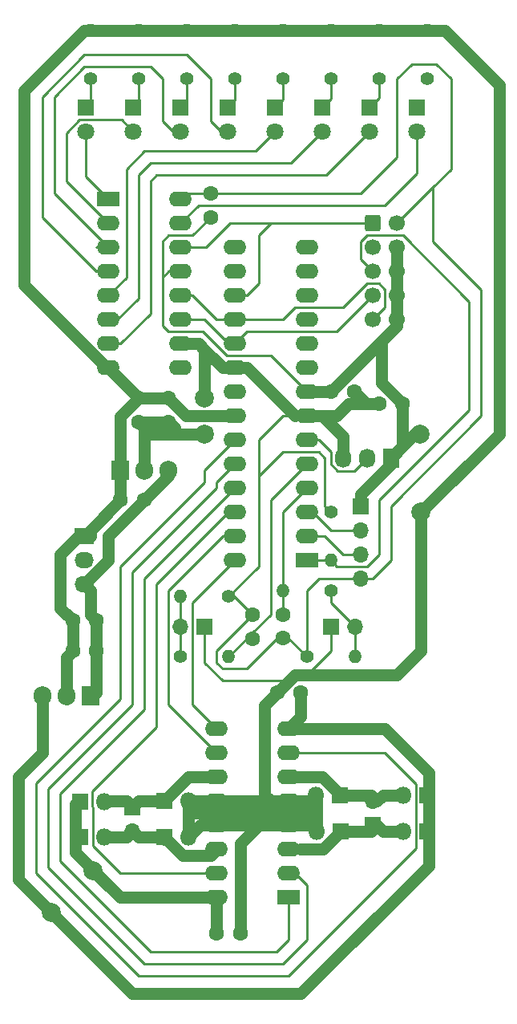
<source format=gbr>
%TF.GenerationSoftware,KiCad,Pcbnew,7.0.1*%
%TF.CreationDate,2023-03-14T16:08:26+01:00*%
%TF.ProjectId,CxCat,43784361-742e-46b6-9963-61645f706362,rev?*%
%TF.SameCoordinates,Original*%
%TF.FileFunction,Copper,L2,Bot*%
%TF.FilePolarity,Positive*%
%FSLAX46Y46*%
G04 Gerber Fmt 4.6, Leading zero omitted, Abs format (unit mm)*
G04 Created by KiCad (PCBNEW 7.0.1) date 2023-03-14 16:08:26*
%MOMM*%
%LPD*%
G01*
G04 APERTURE LIST*
G04 Aperture macros list*
%AMRoundRect*
0 Rectangle with rounded corners*
0 $1 Rounding radius*
0 $2 $3 $4 $5 $6 $7 $8 $9 X,Y pos of 4 corners*
0 Add a 4 corners polygon primitive as box body*
4,1,4,$2,$3,$4,$5,$6,$7,$8,$9,$2,$3,0*
0 Add four circle primitives for the rounded corners*
1,1,$1+$1,$2,$3*
1,1,$1+$1,$4,$5*
1,1,$1+$1,$6,$7*
1,1,$1+$1,$8,$9*
0 Add four rect primitives between the rounded corners*
20,1,$1+$1,$2,$3,$4,$5,0*
20,1,$1+$1,$4,$5,$6,$7,0*
20,1,$1+$1,$6,$7,$8,$9,0*
20,1,$1+$1,$8,$9,$2,$3,0*%
G04 Aperture macros list end*
%TA.AperFunction,ComponentPad*%
%ADD10C,1.600000*%
%TD*%
%TA.AperFunction,ComponentPad*%
%ADD11C,1.400000*%
%TD*%
%TA.AperFunction,ComponentPad*%
%ADD12O,1.400000X1.400000*%
%TD*%
%TA.AperFunction,ComponentPad*%
%ADD13R,1.700000X1.700000*%
%TD*%
%TA.AperFunction,ComponentPad*%
%ADD14O,1.700000X1.700000*%
%TD*%
%TA.AperFunction,ComponentPad*%
%ADD15R,2.030000X1.730000*%
%TD*%
%TA.AperFunction,ComponentPad*%
%ADD16O,2.030000X1.730000*%
%TD*%
%TA.AperFunction,ComponentPad*%
%ADD17R,1.730000X2.030000*%
%TD*%
%TA.AperFunction,ComponentPad*%
%ADD18O,1.730000X2.030000*%
%TD*%
%TA.AperFunction,ComponentPad*%
%ADD19R,2.400000X1.600000*%
%TD*%
%TA.AperFunction,ComponentPad*%
%ADD20O,2.400000X1.600000*%
%TD*%
%TA.AperFunction,ComponentPad*%
%ADD21RoundRect,0.250000X-0.600000X-0.600000X0.600000X-0.600000X0.600000X0.600000X-0.600000X0.600000X0*%
%TD*%
%TA.AperFunction,ComponentPad*%
%ADD22C,1.700000*%
%TD*%
%TA.AperFunction,ComponentPad*%
%ADD23R,1.800000X1.800000*%
%TD*%
%TA.AperFunction,ComponentPad*%
%ADD24O,1.800000X1.800000*%
%TD*%
%TA.AperFunction,ComponentPad*%
%ADD25C,1.800000*%
%TD*%
%TA.AperFunction,ComponentPad*%
%ADD26R,1.905000X2.000000*%
%TD*%
%TA.AperFunction,ComponentPad*%
%ADD27O,1.905000X2.000000*%
%TD*%
%TA.AperFunction,ViaPad*%
%ADD28C,2.000000*%
%TD*%
%TA.AperFunction,Conductor*%
%ADD29C,1.240000*%
%TD*%
%TA.AperFunction,Conductor*%
%ADD30C,0.250000*%
%TD*%
G04 APERTURE END LIST*
D10*
%TO.P,C1,1*%
%TO.N,+5V*%
X58380000Y-78740000D03*
%TO.P,C1,2*%
%TO.N,GND*%
X55880000Y-78740000D03*
%TD*%
D11*
%TO.P,R11,1*%
%TO.N,Net-(R10-Pad2)*%
X40005000Y-106680000D03*
D12*
%TO.P,R11,2*%
%TO.N,/Input right/STATE*%
X45085000Y-106680000D03*
%TD*%
D10*
%TO.P,C9,1*%
%TO.N,VCC*%
X31135000Y-102870000D03*
%TO.P,C9,2*%
%TO.N,GND*%
X28635000Y-102870000D03*
%TD*%
D13*
%TO.P,M1,1,+*%
%TO.N,Net-(D15-A)*%
X60325000Y-124460000D03*
D14*
%TO.P,M1,2,-*%
%TO.N,Net-(D11-A)*%
X60325000Y-121920000D03*
%TD*%
D15*
%TO.P,J3,1,Pin_1*%
%TO.N,GND*%
X29845000Y-93980000D03*
D16*
%TO.P,J3,2,Pin_2*%
%TO.N,unconnected-(J3-Pin_2-Pad2)*%
X29845000Y-96520000D03*
%TO.P,J3,3,Pin_3*%
%TO.N,VCC*%
X29845000Y-99060000D03*
%TD*%
D17*
%TO.P,J2,1,Pin_1*%
%TO.N,GND*%
X62230000Y-85725000D03*
D18*
%TO.P,J2,2,Pin_2*%
%TO.N,Net-(J2-Pin_2)*%
X59690000Y-85725000D03*
%TO.P,J2,3,Pin_3*%
%TO.N,+5V*%
X57150000Y-85725000D03*
%TD*%
D19*
%TO.P,U3,1,EN1\u002C2*%
%TO.N,/Engines/1-2 ENABLE*%
X51435000Y-132080000D03*
D20*
%TO.P,U3,2,1A*%
%TO.N,/Engines/1*%
X51435000Y-129540000D03*
%TO.P,U3,3,1Y*%
%TO.N,Net-(D15-A)*%
X51435000Y-127000000D03*
%TO.P,U3,4,GND*%
%TO.N,GND*%
X51435000Y-124460000D03*
%TO.P,U3,5,GND*%
X51435000Y-121920000D03*
%TO.P,U3,6,2Y*%
%TO.N,Net-(D11-A)*%
X51435000Y-119380000D03*
%TO.P,U3,7,2A*%
%TO.N,/Engines/2*%
X51435000Y-116840000D03*
%TO.P,U3,8,VCC2*%
%TO.N,Net-(D11-K)*%
X51435000Y-114300000D03*
%TO.P,U3,9,EN3\u002C4*%
%TO.N,/Engines/3-4 ENABLE*%
X43815000Y-114300000D03*
%TO.P,U3,10,3A*%
%TO.N,/Engines/3*%
X43815000Y-116840000D03*
%TO.P,U3,11,3Y*%
%TO.N,Net-(D13-A)*%
X43815000Y-119380000D03*
%TO.P,U3,12,GND*%
%TO.N,GND*%
X43815000Y-121920000D03*
%TO.P,U3,13,GND*%
X43815000Y-124460000D03*
%TO.P,U3,14,4Y*%
%TO.N,Net-(D10-K)*%
X43815000Y-127000000D03*
%TO.P,U3,15,4A*%
%TO.N,/Engines/4*%
X43815000Y-129540000D03*
%TO.P,U3,16,VCC1*%
%TO.N,Net-(D11-K)*%
X43815000Y-132080000D03*
%TD*%
D13*
%TO.P,J4,1,Pin_1*%
%TO.N,GND*%
X59055000Y-90805000D03*
D14*
%TO.P,J4,2,Pin_2*%
%TO.N,Net-(J4-Pin_2)*%
X59055000Y-93345000D03*
%TO.P,J4,3,Pin_3*%
%TO.N,Net-(J4-Pin_3)*%
X59055000Y-95885000D03*
%TO.P,J4,4,Pin_4*%
%TO.N,+5V*%
X59055000Y-98425000D03*
%TD*%
D11*
%TO.P,R14,1*%
%TO.N,+5V*%
X53340000Y-106680000D03*
D12*
%TO.P,R14,2*%
%TO.N,Net-(R14-Pad2)*%
X58420000Y-106680000D03*
%TD*%
D21*
%TO.P,J1,1,MOSI*%
%TO.N,/Eyes/DATA*%
X60325000Y-60960000D03*
D22*
%TO.P,J1,2,VCC*%
%TO.N,+5V*%
X62865000Y-60960000D03*
%TO.P,J1,3,NC*%
%TO.N,unconnected-(J1-NC-Pad3)*%
X60325000Y-63500000D03*
%TO.P,J1,4,GND*%
%TO.N,GND*%
X62865000Y-63500000D03*
%TO.P,J1,5,~{RST}*%
%TO.N,Net-(J1-~{RST})*%
X60325000Y-66040000D03*
%TO.P,J1,6,GND*%
%TO.N,GND*%
X62865000Y-66040000D03*
%TO.P,J1,7,SCK*%
%TO.N,/Eyes/CLOCK*%
X60325000Y-68580000D03*
%TO.P,J1,8,GND*%
%TO.N,GND*%
X62865000Y-68580000D03*
%TO.P,J1,9,MISO*%
%TO.N,/Eyes/LATCH*%
X60325000Y-71120000D03*
%TO.P,J1,10,GND*%
%TO.N,GND*%
X62865000Y-71120000D03*
%TD*%
D19*
%TO.P,U5,1,QB*%
%TO.N,Net-(D7-A)*%
X32385000Y-58420000D03*
D20*
%TO.P,U5,2,QC*%
%TO.N,Net-(D6-A)*%
X32385000Y-60960000D03*
%TO.P,U5,3,QD*%
%TO.N,Net-(D5-A)*%
X32385000Y-63500000D03*
%TO.P,U5,4,QE*%
%TO.N,Net-(D4-A)*%
X32385000Y-66040000D03*
%TO.P,U5,5,QF*%
%TO.N,Net-(D3-A)*%
X32385000Y-68580000D03*
%TO.P,U5,6,QG*%
%TO.N,Net-(D2-A)*%
X32385000Y-71120000D03*
%TO.P,U5,7,QH*%
%TO.N,Net-(D1-A)*%
X32385000Y-73660000D03*
%TO.P,U5,8,GND*%
%TO.N,GND*%
X32385000Y-76200000D03*
%TO.P,U5,9,QH'*%
%TO.N,unconnected-(U5-QH'-Pad9)*%
X40005000Y-76200000D03*
%TO.P,U5,10,~{SRCLR}*%
%TO.N,+5V*%
X40005000Y-73660000D03*
%TO.P,U5,11,SRCLK*%
%TO.N,/Eyes/CLOCK*%
X40005000Y-71120000D03*
%TO.P,U5,12,RCLK*%
%TO.N,/Eyes/LATCH*%
X40005000Y-68580000D03*
%TO.P,U5,13,~{OE}*%
%TO.N,GND*%
X40005000Y-66040000D03*
%TO.P,U5,14,SER*%
%TO.N,/Eyes/DATA*%
X40005000Y-63500000D03*
%TO.P,U5,15,QA*%
%TO.N,Net-(D8-A)*%
X40005000Y-60960000D03*
%TO.P,U5,16,VCC*%
%TO.N,+5V*%
X40005000Y-58420000D03*
%TD*%
D13*
%TO.P,M2,1,+*%
%TO.N,Net-(D13-A)*%
X34925000Y-122550000D03*
D14*
%TO.P,M2,2,-*%
%TO.N,Net-(D10-K)*%
X34925000Y-125090000D03*
%TD*%
D23*
%TO.P,D11,1,K*%
%TO.N,Net-(D11-K)*%
X66040000Y-121285000D03*
D24*
%TO.P,D11,2,A*%
%TO.N,Net-(D11-A)*%
X63500000Y-121285000D03*
%TD*%
D10*
%TO.P,C6,1*%
%TO.N,VCC*%
X36175000Y-90170000D03*
%TO.P,C6,2*%
%TO.N,GND*%
X33675000Y-90170000D03*
%TD*%
D23*
%TO.P,D10,1,K*%
%TO.N,Net-(D10-K)*%
X38325000Y-125730000D03*
D24*
%TO.P,D10,2,A*%
%TO.N,GND*%
X40865000Y-125730000D03*
%TD*%
D23*
%TO.P,D7,1,K*%
%TO.N,Net-(D7-K)*%
X30000000Y-48725000D03*
D25*
%TO.P,D7,2,A*%
%TO.N,Net-(D7-A)*%
X30000000Y-51265000D03*
%TD*%
D23*
%TO.P,D2,1,K*%
%TO.N,Net-(D2-K)*%
X55000000Y-48725000D03*
D25*
%TO.P,D2,2,A*%
%TO.N,Net-(D2-A)*%
X55000000Y-51265000D03*
%TD*%
D10*
%TO.P,C3,1*%
%TO.N,Net-(D11-K)*%
X52705000Y-110490000D03*
%TO.P,C3,2*%
%TO.N,GND*%
X50205000Y-110490000D03*
%TD*%
D11*
%TO.P,R9,1*%
%TO.N,Net-(D8-K)*%
X66040000Y-45720000D03*
D12*
%TO.P,R9,2*%
%TO.N,GND*%
X66040000Y-40640000D03*
%TD*%
D11*
%TO.P,R8,1*%
%TO.N,Net-(D7-K)*%
X30480000Y-45720000D03*
D12*
%TO.P,R8,2*%
%TO.N,GND*%
X30480000Y-40640000D03*
%TD*%
D11*
%TO.P,R5,1*%
%TO.N,Net-(D4-K)*%
X45720000Y-45720000D03*
D12*
%TO.P,R5,2*%
%TO.N,GND*%
X45720000Y-40640000D03*
%TD*%
D23*
%TO.P,D5,1,K*%
%TO.N,Net-(D5-K)*%
X40000000Y-48725000D03*
D25*
%TO.P,D5,2,A*%
%TO.N,Net-(D5-A)*%
X40000000Y-51265000D03*
%TD*%
D10*
%TO.P,C5,1*%
%TO.N,VCC*%
X31115000Y-106045000D03*
%TO.P,C5,2*%
%TO.N,GND*%
X28615000Y-106045000D03*
%TD*%
D11*
%TO.P,R10,1*%
%TO.N,+5V*%
X45085000Y-100330000D03*
D12*
%TO.P,R10,2*%
%TO.N,Net-(R10-Pad2)*%
X40005000Y-100330000D03*
%TD*%
D19*
%TO.P,U2,1,PC6/~{RESET}*%
%TO.N,Net-(J1-~{RST})*%
X53340000Y-96520000D03*
D20*
%TO.P,U2,2,PD0*%
%TO.N,Net-(J4-Pin_3)*%
X53340000Y-93980000D03*
%TO.P,U2,3,PD1*%
%TO.N,Net-(J4-Pin_2)*%
X53340000Y-91440000D03*
%TO.P,U2,4,PD2*%
%TO.N,/Input left/STATE*%
X53340000Y-88900000D03*
%TO.P,U2,5,PD3*%
%TO.N,/Input right/STATE*%
X53340000Y-86360000D03*
%TO.P,U2,6,PD4*%
%TO.N,Net-(J2-Pin_2)*%
X53340000Y-83820000D03*
%TO.P,U2,7,VCC*%
%TO.N,+5V*%
X53340000Y-81280000D03*
%TO.P,U2,8,GND*%
%TO.N,GND*%
X53340000Y-78740000D03*
%TO.P,U2,9,PB6/XTAL1*%
%TO.N,unconnected-(U2-PB6{slash}XTAL1-Pad9)*%
X53340000Y-76200000D03*
%TO.P,U2,10,PB7/XTAL2*%
%TO.N,unconnected-(U2-PB7{slash}XTAL2-Pad10)*%
X53340000Y-73660000D03*
%TO.P,U2,11,PD5*%
%TO.N,unconnected-(U2-PD5-Pad11)*%
X53340000Y-71120000D03*
%TO.P,U2,12,PD6*%
%TO.N,unconnected-(U2-PD6-Pad12)*%
X53340000Y-68580000D03*
%TO.P,U2,13,PD7*%
%TO.N,unconnected-(U2-PD7-Pad13)*%
X53340000Y-66040000D03*
%TO.P,U2,14,PB0*%
%TO.N,unconnected-(U2-PB0-Pad14)*%
X53340000Y-63500000D03*
%TO.P,U2,15,PB1*%
%TO.N,unconnected-(U2-PB1-Pad15)*%
X45720000Y-63500000D03*
%TO.P,U2,16,PB2*%
%TO.N,unconnected-(U2-PB2-Pad16)*%
X45720000Y-66040000D03*
%TO.P,U2,17,PB3*%
%TO.N,/Eyes/DATA*%
X45720000Y-68580000D03*
%TO.P,U2,18,PB4*%
%TO.N,/Eyes/LATCH*%
X45720000Y-71120000D03*
%TO.P,U2,19,PB5*%
%TO.N,/Eyes/CLOCK*%
X45720000Y-73660000D03*
%TO.P,U2,20,AVCC*%
%TO.N,+5V*%
X45720000Y-76200000D03*
%TO.P,U2,21,AREF*%
%TO.N,unconnected-(U2-AREF-Pad21)*%
X45720000Y-78740000D03*
%TO.P,U2,22,AGND*%
%TO.N,GND*%
X45720000Y-81280000D03*
%TO.P,U2,23,PC0*%
%TO.N,/Engines/2*%
X45720000Y-83820000D03*
%TO.P,U2,24,PC1*%
%TO.N,/Engines/1*%
X45720000Y-86360000D03*
%TO.P,U2,25,PC2*%
%TO.N,/Engines/1-2 ENABLE*%
X45720000Y-88900000D03*
%TO.P,U2,26,PC3*%
%TO.N,/Engines/4*%
X45720000Y-91440000D03*
%TO.P,U2,27,PC4*%
%TO.N,/Engines/3*%
X45720000Y-93980000D03*
%TO.P,U2,28,PC5*%
%TO.N,/Engines/3-4 ENABLE*%
X45720000Y-96520000D03*
%TD*%
D23*
%TO.P,D6,1,K*%
%TO.N,Net-(D6-K)*%
X35000000Y-48725000D03*
D25*
%TO.P,D6,2,A*%
%TO.N,Net-(D6-A)*%
X35000000Y-51265000D03*
%TD*%
D23*
%TO.P,D9,1,K*%
%TO.N,Net-(D11-K)*%
X29435000Y-125730000D03*
D24*
%TO.P,D9,2,A*%
%TO.N,Net-(D10-K)*%
X31975000Y-125730000D03*
%TD*%
D11*
%TO.P,R2,1*%
%TO.N,Net-(D1-K)*%
X60960000Y-45720000D03*
D12*
%TO.P,R2,2*%
%TO.N,GND*%
X60960000Y-40640000D03*
%TD*%
D23*
%TO.P,D14,1,K*%
%TO.N,Net-(D13-A)*%
X38325000Y-121920000D03*
D24*
%TO.P,D14,2,A*%
%TO.N,GND*%
X40865000Y-121920000D03*
%TD*%
D23*
%TO.P,D13,1,K*%
%TO.N,Net-(D11-K)*%
X29371209Y-121980096D03*
D24*
%TO.P,D13,2,A*%
%TO.N,Net-(D13-A)*%
X31911209Y-121980096D03*
%TD*%
D23*
%TO.P,D1,1,K*%
%TO.N,Net-(D1-K)*%
X60000000Y-48725000D03*
D25*
%TO.P,D1,2,A*%
%TO.N,Net-(D1-A)*%
X60000000Y-51265000D03*
%TD*%
D11*
%TO.P,R6,1*%
%TO.N,Net-(D5-K)*%
X40640000Y-45720000D03*
D12*
%TO.P,R6,2*%
%TO.N,GND*%
X40640000Y-40640000D03*
%TD*%
D26*
%TO.P,U1,1,IN*%
%TO.N,VCC*%
X30480000Y-110815000D03*
D27*
%TO.P,U1,2,GND*%
%TO.N,GND*%
X27940000Y-110815000D03*
%TO.P,U1,3,OUT*%
%TO.N,Net-(D11-K)*%
X25400000Y-110815000D03*
%TD*%
D13*
%TO.P,SW2,1,1*%
%TO.N,GND*%
X42545000Y-103505000D03*
D14*
%TO.P,SW2,2,2*%
%TO.N,Net-(R10-Pad2)*%
X40005000Y-103505000D03*
%TD*%
D10*
%TO.P,C13,1*%
%TO.N,+5V*%
X50800000Y-104735000D03*
%TO.P,C13,2*%
%TO.N,/Input left/STATE*%
X50800000Y-102235000D03*
%TD*%
%TO.P,C10,1*%
%TO.N,+5V*%
X60980000Y-80010000D03*
%TO.P,C10,2*%
%TO.N,GND*%
X63480000Y-80010000D03*
%TD*%
%TO.P,C7,1*%
%TO.N,+5V*%
X35560000Y-81915000D03*
%TO.P,C7,2*%
%TO.N,GND*%
X35560000Y-79415000D03*
%TD*%
D11*
%TO.P,R4,1*%
%TO.N,Net-(D3-K)*%
X50800000Y-45720000D03*
D12*
%TO.P,R4,2*%
%TO.N,GND*%
X50800000Y-40640000D03*
%TD*%
D26*
%TO.P,U4,1,GND*%
%TO.N,GND*%
X33655000Y-86995000D03*
D27*
%TO.P,U4,2,VO*%
%TO.N,+5V*%
X36195000Y-86995000D03*
%TO.P,U4,3,VI*%
%TO.N,VCC*%
X38735000Y-86995000D03*
%TD*%
D23*
%TO.P,D16,1,K*%
%TO.N,Net-(D15-A)*%
X56925000Y-125095000D03*
D24*
%TO.P,D16,2,A*%
%TO.N,GND*%
X54385000Y-125095000D03*
%TD*%
D23*
%TO.P,D3,1,K*%
%TO.N,Net-(D3-K)*%
X50000000Y-48725000D03*
D25*
%TO.P,D3,2,A*%
%TO.N,Net-(D3-A)*%
X50000000Y-51265000D03*
%TD*%
D11*
%TO.P,R3,1*%
%TO.N,Net-(D2-K)*%
X55880000Y-45720000D03*
D12*
%TO.P,R3,2*%
%TO.N,GND*%
X55880000Y-40640000D03*
%TD*%
D11*
%TO.P,R15,1*%
%TO.N,Net-(R14-Pad2)*%
X55880000Y-99695000D03*
D12*
%TO.P,R15,2*%
%TO.N,/Input left/STATE*%
X50800000Y-99695000D03*
%TD*%
D23*
%TO.P,D4,1,K*%
%TO.N,Net-(D4-K)*%
X45000000Y-48725000D03*
D25*
%TO.P,D4,2,A*%
%TO.N,Net-(D4-A)*%
X45000000Y-51265000D03*
%TD*%
D23*
%TO.P,D12,1,K*%
%TO.N,Net-(D11-A)*%
X56812063Y-121321651D03*
D24*
%TO.P,D12,2,A*%
%TO.N,GND*%
X54272063Y-121321651D03*
%TD*%
D10*
%TO.P,C11,1*%
%TO.N,+5V*%
X47625000Y-102255000D03*
%TO.P,C11,2*%
%TO.N,/Input right/STATE*%
X47625000Y-104755000D03*
%TD*%
%TO.P,C2,1*%
%TO.N,+5V*%
X38735000Y-81895000D03*
%TO.P,C2,2*%
%TO.N,GND*%
X38735000Y-79395000D03*
%TD*%
%TO.P,C8,1*%
%TO.N,+5V*%
X43180000Y-57805000D03*
%TO.P,C8,2*%
%TO.N,GND*%
X43180000Y-60305000D03*
%TD*%
D11*
%TO.P,R7,1*%
%TO.N,Net-(D6-K)*%
X35560000Y-45720000D03*
D12*
%TO.P,R7,2*%
%TO.N,GND*%
X35560000Y-40640000D03*
%TD*%
D10*
%TO.P,C4,1*%
%TO.N,Net-(D11-K)*%
X43835000Y-135890000D03*
%TO.P,C4,2*%
%TO.N,GND*%
X46335000Y-135890000D03*
%TD*%
D23*
%TO.P,D8,1,K*%
%TO.N,Net-(D8-K)*%
X65000000Y-48725000D03*
D25*
%TO.P,D8,2,A*%
%TO.N,Net-(D8-A)*%
X65000000Y-51265000D03*
%TD*%
D23*
%TO.P,D15,1,K*%
%TO.N,Net-(D11-K)*%
X66040000Y-125095000D03*
D24*
%TO.P,D15,2,A*%
%TO.N,Net-(D15-A)*%
X63500000Y-125095000D03*
%TD*%
D11*
%TO.P,R1,1*%
%TO.N,+5V*%
X55880000Y-91440000D03*
D12*
%TO.P,R1,2*%
%TO.N,Net-(J1-~{RST})*%
X55880000Y-96520000D03*
%TD*%
D13*
%TO.P,SW3,1,1*%
%TO.N,GND*%
X55875000Y-103505000D03*
D14*
%TO.P,SW3,2,2*%
%TO.N,Net-(R14-Pad2)*%
X58415000Y-103505000D03*
%TD*%
D28*
%TO.N,+5V*%
X42545000Y-79375000D03*
X42545000Y-83185000D03*
%TO.N,GND*%
X65405000Y-91440000D03*
X65299500Y-83185000D03*
%TO.N,Net-(D11-K)*%
X26352500Y-133667500D03*
X30797500Y-129222500D03*
%TD*%
D29*
%TO.N,GND*%
X32385000Y-76200000D02*
X32233974Y-76200000D01*
X32233974Y-76200000D02*
X23495000Y-67461026D01*
X73660000Y-83185000D02*
X65405000Y-91440000D01*
X23495000Y-67461026D02*
X23495000Y-46990000D01*
X23495000Y-46990000D02*
X29845000Y-40640000D01*
X29845000Y-40640000D02*
X67945000Y-40640000D01*
X67945000Y-40640000D02*
X73660000Y-46355000D01*
X73660000Y-46355000D02*
X73660000Y-83185000D01*
%TO.N,+5V*%
X57150000Y-85725000D02*
X57150000Y-83470000D01*
D30*
X50800000Y-85090000D02*
X48260000Y-87630000D01*
X59055000Y-98425000D02*
X54610000Y-98425000D01*
X50185000Y-104755000D02*
X46990000Y-107950000D01*
D29*
X40005000Y-73660000D02*
X41910000Y-73660000D01*
D30*
X42545000Y-83185000D02*
X43180000Y-82550000D01*
D29*
X41910000Y-73660000D02*
X42545000Y-74295000D01*
D30*
X43180000Y-74930000D02*
X42545000Y-74295000D01*
X44450000Y-76200000D02*
X43180000Y-74930000D01*
X66992500Y-44132500D02*
X64452500Y-44132500D01*
D29*
X35560000Y-81915000D02*
X38715000Y-81915000D01*
X36195000Y-83185000D02*
X42545000Y-83185000D01*
X57150000Y-83470000D02*
X54960000Y-81280000D01*
D30*
X59035000Y-57805000D02*
X43180000Y-57805000D01*
X51420000Y-104755000D02*
X50185000Y-104755000D01*
X45700000Y-100330000D02*
X47625000Y-102255000D01*
X59055000Y-98425000D02*
X60325000Y-98425000D01*
X36830000Y-83185000D02*
X36195000Y-83820000D01*
X57160000Y-84830000D02*
X56900000Y-85090000D01*
X55880000Y-91440000D02*
X55245000Y-90805000D01*
X44450000Y-107950000D02*
X43815000Y-107315000D01*
D29*
X38715000Y-81915000D02*
X38735000Y-81895000D01*
D30*
X40620000Y-57805000D02*
X40005000Y-58420000D01*
X46990000Y-107950000D02*
X44450000Y-107950000D01*
X50800000Y-81280000D02*
X48260000Y-83820000D01*
X62230000Y-90805000D02*
X71755000Y-81280000D01*
D29*
X54960000Y-81280000D02*
X53340000Y-81280000D01*
D30*
X55245000Y-90805000D02*
X55245000Y-85725000D01*
X43815000Y-107315000D02*
X43815000Y-106065000D01*
X71755000Y-67945000D02*
X66675000Y-62865000D01*
X45085000Y-100330000D02*
X45700000Y-100330000D01*
X62865000Y-53975000D02*
X59035000Y-57805000D01*
D29*
X44450000Y-76200000D02*
X42545000Y-74295000D01*
D30*
X45085000Y-100330000D02*
X48260000Y-97155000D01*
X42545000Y-83185000D02*
X39370000Y-83185000D01*
X53345000Y-106680000D02*
X53345000Y-99690000D01*
D29*
X53340000Y-81280000D02*
X56475000Y-81280000D01*
D30*
X55245000Y-85725000D02*
X54610000Y-85090000D01*
D29*
X52070000Y-81280000D02*
X46990000Y-76200000D01*
D30*
X48260000Y-85725000D02*
X48260000Y-90805000D01*
X43180000Y-57805000D02*
X40620000Y-57805000D01*
X68580000Y-55245000D02*
X68580000Y-45720000D01*
X64452500Y-44132500D02*
X62865000Y-45720000D01*
X66675000Y-57150000D02*
X68580000Y-55245000D01*
X53345000Y-106680000D02*
X51420000Y-104755000D01*
D29*
X57745000Y-80010000D02*
X60980000Y-80010000D01*
D30*
X39370000Y-83185000D02*
X36830000Y-83185000D01*
X62865000Y-45720000D02*
X62865000Y-53975000D01*
X52070000Y-81280000D02*
X50800000Y-81280000D01*
D29*
X36195000Y-82550000D02*
X35560000Y-81915000D01*
D30*
X43180000Y-74930000D02*
X41910000Y-73660000D01*
X62230000Y-96520000D02*
X62230000Y-90805000D01*
X62865000Y-60960000D02*
X63500000Y-60960000D01*
X53345000Y-99690000D02*
X54610000Y-98425000D01*
D29*
X36195000Y-83185000D02*
X36195000Y-82550000D01*
X38735000Y-81895000D02*
X39370000Y-82530000D01*
D30*
X51420000Y-104755000D02*
X50805000Y-104755000D01*
X60325000Y-98425000D02*
X62230000Y-96520000D01*
D29*
X59650000Y-80010000D02*
X58380000Y-78740000D01*
X46990000Y-76200000D02*
X45720000Y-76200000D01*
D30*
X48260000Y-83820000D02*
X48260000Y-85725000D01*
D29*
X56475000Y-81280000D02*
X57745000Y-80010000D01*
X45720000Y-76200000D02*
X44450000Y-76200000D01*
X39370000Y-82530000D02*
X39370000Y-83185000D01*
D30*
X68580000Y-45720000D02*
X66992500Y-44132500D01*
X53340000Y-81280000D02*
X52070000Y-81280000D01*
X36195000Y-83820000D02*
X36195000Y-86995000D01*
X48260000Y-97155000D02*
X48260000Y-90805000D01*
X43815000Y-106065000D02*
X47625000Y-102255000D01*
D29*
X36195000Y-86995000D02*
X36195000Y-83185000D01*
X42545000Y-79375000D02*
X42545000Y-74295000D01*
D30*
X71755000Y-81280000D02*
X71755000Y-67945000D01*
D29*
X60980000Y-80010000D02*
X59650000Y-80010000D01*
D30*
X54610000Y-85090000D02*
X50800000Y-85090000D01*
X62865000Y-60960000D02*
X66675000Y-57150000D01*
X56900000Y-85090000D02*
X56515000Y-85090000D01*
X66675000Y-62865000D02*
X66675000Y-57150000D01*
D29*
%TO.N,GND*%
X46335000Y-126385000D02*
X48260000Y-124460000D01*
X53750000Y-124460000D02*
X54385000Y-125095000D01*
D30*
X38735000Y-66040000D02*
X40005000Y-66040000D01*
D29*
X61277500Y-77807500D02*
X61277500Y-73660000D01*
D30*
X38735000Y-79395000D02*
X38735000Y-80010000D01*
X42545000Y-107315000D02*
X44450000Y-109220000D01*
D29*
X63480000Y-84435000D02*
X63480000Y-84475000D01*
X59055000Y-89535000D02*
X59055000Y-90805000D01*
X65405000Y-106045000D02*
X62865000Y-108585000D01*
X62865000Y-71120000D02*
X62865000Y-71755000D01*
X29210000Y-93980000D02*
X27305000Y-95885000D01*
X35560000Y-79415000D02*
X38715000Y-79415000D01*
X29845000Y-93980000D02*
X29210000Y-93980000D01*
D30*
X42350000Y-72390000D02*
X44890000Y-74930000D01*
D29*
X30480000Y-93365000D02*
X33675000Y-90170000D01*
X64730000Y-83185000D02*
X63480000Y-84435000D01*
X53755000Y-121920000D02*
X54385000Y-121290000D01*
X33675000Y-87015000D02*
X33655000Y-86995000D01*
X40865000Y-121920000D02*
X40865000Y-123190000D01*
X38715000Y-79415000D02*
X38735000Y-79395000D01*
X51435000Y-121920000D02*
X51435000Y-123190000D01*
X43815000Y-121920000D02*
X49530000Y-121920000D01*
X35560000Y-79375000D02*
X32385000Y-76200000D01*
X51435000Y-124460000D02*
X48260000Y-124460000D01*
D30*
X41255000Y-62230000D02*
X38735000Y-62230000D01*
D29*
X63480000Y-84475000D02*
X62230000Y-85725000D01*
X63480000Y-80010000D02*
X61277500Y-77807500D01*
X48895000Y-111800000D02*
X50205000Y-110490000D01*
X40620000Y-81280000D02*
X38735000Y-79395000D01*
X65299500Y-83185000D02*
X64730000Y-83185000D01*
X65405000Y-91440000D02*
X65405000Y-106045000D01*
X51435000Y-123190000D02*
X50800000Y-123190000D01*
X43815000Y-124460000D02*
X42135000Y-124460000D01*
X27940000Y-106720000D02*
X28615000Y-106045000D01*
X40865000Y-121920000D02*
X43815000Y-121920000D01*
X51435000Y-121920000D02*
X53755000Y-121920000D01*
D30*
X38100000Y-62865000D02*
X38100000Y-66675000D01*
D29*
X62230000Y-85725000D02*
X62230000Y-86360000D01*
X45720000Y-81280000D02*
X40620000Y-81280000D01*
D30*
X32385000Y-76200000D02*
X33655000Y-77470000D01*
X51475000Y-109220000D02*
X52110000Y-108585000D01*
D29*
X33675000Y-90170000D02*
X33675000Y-87015000D01*
X43815000Y-121920000D02*
X43815000Y-124460000D01*
D30*
X32385000Y-76240000D02*
X35560000Y-79415000D01*
D29*
X50205000Y-110490000D02*
X52110000Y-108585000D01*
D30*
X32385000Y-76200000D02*
X32385000Y-76240000D01*
D29*
X62865000Y-108585000D02*
X53340000Y-108585000D01*
X30480000Y-93980000D02*
X29845000Y-93980000D01*
X27305000Y-95885000D02*
X27305000Y-101540000D01*
X49530000Y-121920000D02*
X51435000Y-121920000D01*
X33655000Y-86995000D02*
X33655000Y-81320000D01*
X51435000Y-124460000D02*
X53750000Y-124460000D01*
X61277500Y-73660000D02*
X61118750Y-73501250D01*
D30*
X38735000Y-72390000D02*
X42350000Y-72390000D01*
D29*
X40865000Y-123190000D02*
X50800000Y-123190000D01*
X54385000Y-123190000D02*
X50800000Y-123190000D01*
D30*
X38735000Y-62230000D02*
X38100000Y-62865000D01*
D29*
X33655000Y-81320000D02*
X35560000Y-79415000D01*
X54385000Y-125095000D02*
X54385000Y-123190000D01*
X48895000Y-121285000D02*
X48895000Y-111800000D01*
D30*
X42545000Y-103505000D02*
X42545000Y-107315000D01*
X38100000Y-66675000D02*
X38735000Y-66040000D01*
D29*
X35560000Y-79415000D02*
X35560000Y-79375000D01*
D30*
X55880000Y-106045000D02*
X55880000Y-103505000D01*
X53340000Y-108585000D02*
X55880000Y-106045000D01*
D29*
X54385000Y-123190000D02*
X54385000Y-121290000D01*
D30*
X38100000Y-71755000D02*
X38735000Y-72390000D01*
D29*
X42135000Y-124460000D02*
X40865000Y-125730000D01*
X62865000Y-63500000D02*
X62865000Y-71120000D01*
X28615000Y-106045000D02*
X28615000Y-102890000D01*
X63480000Y-84435000D02*
X63480000Y-80010000D01*
D30*
X53340000Y-78740000D02*
X52324000Y-78740000D01*
D29*
X62230000Y-86360000D02*
X59055000Y-89535000D01*
X52110000Y-108585000D02*
X53340000Y-108585000D01*
X55880000Y-78740000D02*
X53340000Y-78740000D01*
X46335000Y-135890000D02*
X46335000Y-126385000D01*
X40865000Y-123190000D02*
X40865000Y-125730000D01*
D30*
X44450000Y-109220000D02*
X51475000Y-109220000D01*
D29*
X51435000Y-123190000D02*
X51435000Y-124460000D01*
D30*
X43180000Y-60305000D02*
X41255000Y-62230000D01*
X44890000Y-74930000D02*
X49530000Y-74930000D01*
D29*
X30480000Y-93980000D02*
X30480000Y-93365000D01*
D30*
X38100000Y-66040000D02*
X38100000Y-71755000D01*
D29*
X28615000Y-102890000D02*
X28635000Y-102870000D01*
X49530000Y-121920000D02*
X48895000Y-121285000D01*
D30*
X53380000Y-78780000D02*
X53340000Y-78740000D01*
D29*
X62865000Y-71755000D02*
X55880000Y-78740000D01*
D30*
X49530000Y-74930000D02*
X53340000Y-78740000D01*
X62365000Y-84830000D02*
X62240000Y-84830000D01*
D29*
X27940000Y-111125000D02*
X27940000Y-106720000D01*
X48260000Y-124460000D02*
X43815000Y-124460000D01*
X27305000Y-101540000D02*
X28635000Y-102870000D01*
%TO.N,VCC*%
X32385000Y-93960000D02*
X32385000Y-96505000D01*
X38735000Y-87610000D02*
X36175000Y-90170000D01*
X29845000Y-99060000D02*
X30480000Y-99695000D01*
X31135000Y-102870000D02*
X31135000Y-106025000D01*
X31115000Y-110490000D02*
X30480000Y-111125000D01*
X32385000Y-96512950D02*
X29845000Y-99052950D01*
D30*
X32385000Y-96505000D02*
X32400000Y-96520000D01*
D29*
X38735000Y-86995000D02*
X38735000Y-87610000D01*
X36175000Y-90170000D02*
X32385000Y-93960000D01*
X31135000Y-106025000D02*
X31115000Y-106045000D01*
X32385000Y-96505000D02*
X32385000Y-96512950D01*
X30480000Y-99695000D02*
X30480000Y-102215000D01*
X29845000Y-99052950D02*
X29845000Y-99060000D01*
X30480000Y-102215000D02*
X31135000Y-102870000D01*
D30*
X32400000Y-96520000D02*
X32710000Y-96520000D01*
D29*
X31115000Y-106045000D02*
X31115000Y-110490000D01*
D30*
%TO.N,Net-(D1-K)*%
X60960000Y-45720000D02*
X60960000Y-47765000D01*
X60960000Y-47765000D02*
X60000000Y-48725000D01*
%TO.N,Net-(D1-A)*%
X37465000Y-55880000D02*
X36830000Y-56515000D01*
X33655000Y-73660000D02*
X32385000Y-73660000D01*
X60000000Y-51265000D02*
X55385000Y-55880000D01*
X36830000Y-70485000D02*
X33655000Y-73660000D01*
X32385000Y-73660000D02*
X33020000Y-73660000D01*
X36830000Y-56515000D02*
X36830000Y-70485000D01*
X55385000Y-55880000D02*
X37465000Y-55880000D01*
%TO.N,Net-(D2-K)*%
X55880000Y-47845000D02*
X55000000Y-48725000D01*
X55880000Y-45720000D02*
X55880000Y-47845000D01*
%TO.N,Net-(D2-A)*%
X33337500Y-71120000D02*
X32385000Y-71120000D01*
X55000000Y-51265000D02*
X51655000Y-54610000D01*
X35560000Y-68897500D02*
X33337500Y-71120000D01*
X36830000Y-54610000D02*
X35560000Y-55880000D01*
X35560000Y-55880000D02*
X35560000Y-68897500D01*
X32385000Y-71120000D02*
X33020000Y-71120000D01*
X51655000Y-54610000D02*
X36830000Y-54610000D01*
%TO.N,Net-(D3-K)*%
X50800000Y-47925000D02*
X50000000Y-48725000D01*
X50800000Y-45720000D02*
X50800000Y-47925000D01*
%TO.N,Net-(D3-A)*%
X47925000Y-53340000D02*
X36195000Y-53340000D01*
X50000000Y-51265000D02*
X47925000Y-53340000D01*
X36195000Y-53340000D02*
X34290000Y-55245000D01*
X34290000Y-66675000D02*
X32385000Y-68580000D01*
X34290000Y-55245000D02*
X34290000Y-66675000D01*
%TO.N,Net-(D4-K)*%
X45000000Y-48725000D02*
X45720000Y-48005000D01*
X45720000Y-48005000D02*
X45720000Y-45720000D01*
%TO.N,Net-(D4-A)*%
X29845000Y-43180000D02*
X40640000Y-43180000D01*
X25400000Y-47625000D02*
X29845000Y-43180000D01*
X40640000Y-43180000D02*
X43180000Y-45720000D01*
X44280000Y-51265000D02*
X45000000Y-51265000D01*
X31115000Y-66040000D02*
X25400000Y-60325000D01*
X43180000Y-50165000D02*
X44280000Y-51265000D01*
X25400000Y-60325000D02*
X25400000Y-47625000D01*
X43180000Y-45720000D02*
X43180000Y-50165000D01*
%TO.N,Net-(D5-K)*%
X40640000Y-48085000D02*
X40000000Y-48725000D01*
X40640000Y-45720000D02*
X40640000Y-48085000D01*
%TO.N,Net-(D5-A)*%
X26670000Y-57785000D02*
X26670000Y-47625000D01*
X38100000Y-50165000D02*
X39200000Y-51265000D01*
X32385000Y-63500000D02*
X31115000Y-63500000D01*
X39200000Y-51265000D02*
X40000000Y-51265000D01*
X32385000Y-63500000D02*
X26670000Y-57785000D01*
X29845000Y-44450000D02*
X36830000Y-44450000D01*
X36830000Y-44450000D02*
X38100000Y-45720000D01*
X38100000Y-45720000D02*
X38100000Y-50165000D01*
X26670000Y-47625000D02*
X29845000Y-44450000D01*
%TO.N,Net-(D6-K)*%
X35560000Y-45720000D02*
X35560000Y-48165000D01*
X35560000Y-48165000D02*
X35000000Y-48725000D01*
%TO.N,Net-(D6-A)*%
X27940000Y-56515000D02*
X27940000Y-51435000D01*
X29335000Y-50040000D02*
X33775000Y-50040000D01*
X33775000Y-50040000D02*
X35000000Y-51265000D01*
X27940000Y-51435000D02*
X29335000Y-50040000D01*
X32385000Y-60960000D02*
X27940000Y-56515000D01*
%TO.N,Net-(D7-K)*%
X30480000Y-48245000D02*
X30000000Y-48725000D01*
X30480000Y-45720000D02*
X30480000Y-48245000D01*
%TO.N,Net-(D7-A)*%
X30000000Y-51265000D02*
X30000000Y-56035000D01*
X30000000Y-56035000D02*
X32385000Y-58420000D01*
%TO.N,Net-(D8-A)*%
X65000000Y-55650000D02*
X65000000Y-51265000D01*
X41910000Y-59055000D02*
X61595000Y-59055000D01*
X40005000Y-60960000D02*
X41910000Y-59055000D01*
X61595000Y-59055000D02*
X65000000Y-55650000D01*
D29*
%TO.N,Net-(D11-A)*%
X55015000Y-119380000D02*
X56925000Y-121290000D01*
X61370000Y-121285000D02*
X60735000Y-121920000D01*
X51435000Y-119380000D02*
X55015000Y-119380000D01*
X60105000Y-121290000D02*
X60735000Y-121920000D01*
X63685000Y-121285000D02*
X61370000Y-121285000D01*
X56925000Y-121290000D02*
X60105000Y-121290000D01*
%TO.N,Net-(D13-A)*%
X31750000Y-121920000D02*
X34295000Y-121920000D01*
X34295000Y-121920000D02*
X34925000Y-122550000D01*
X40865000Y-119380000D02*
X38325000Y-121920000D01*
X38325000Y-121920000D02*
X38325000Y-121695000D01*
X35555000Y-121920000D02*
X34925000Y-122550000D01*
X43815000Y-119380000D02*
X40865000Y-119380000D01*
X38325000Y-121920000D02*
X35555000Y-121920000D01*
%TO.N,Net-(D15-A)*%
X56925000Y-125095000D02*
X55020000Y-127000000D01*
X60100000Y-125095000D02*
X60735000Y-124460000D01*
X56925000Y-125095000D02*
X60100000Y-125095000D01*
X55020000Y-127000000D02*
X52705000Y-127000000D01*
X61370000Y-125095000D02*
X60735000Y-124460000D01*
X63685000Y-125095000D02*
X61370000Y-125095000D01*
D30*
%TO.N,Net-(J1-~{RST})*%
X63500000Y-62230000D02*
X70485000Y-69215000D01*
X70485000Y-80645000D02*
X60960000Y-90170000D01*
X60960000Y-90170000D02*
X60960000Y-95885000D01*
X59055000Y-62865000D02*
X59690000Y-62230000D01*
X59055000Y-64770000D02*
X59055000Y-62865000D01*
X59690000Y-62230000D02*
X63500000Y-62230000D01*
X70485000Y-69215000D02*
X70485000Y-80645000D01*
X55880000Y-96520000D02*
X53340000Y-96520000D01*
X60960000Y-95885000D02*
X59690000Y-97155000D01*
X56515000Y-97155000D02*
X55880000Y-96520000D01*
X59690000Y-97155000D02*
X56515000Y-97155000D01*
X60325000Y-66040000D02*
X59055000Y-64770000D01*
%TO.N,Net-(J2-Pin_2)*%
X55880000Y-85090000D02*
X55880000Y-86360000D01*
X56585000Y-87065000D02*
X58350000Y-87065000D01*
X55880000Y-86360000D02*
X56585000Y-87065000D01*
X58350000Y-87065000D02*
X59690000Y-85725000D01*
X59690000Y-85725000D02*
X59690000Y-85090000D01*
X54610000Y-83820000D02*
X55880000Y-85090000D01*
X53340000Y-83820000D02*
X54610000Y-83820000D01*
%TO.N,Net-(R10-Pad2)*%
X40005000Y-103505000D02*
X40005000Y-106680000D01*
X40005000Y-100330000D02*
X40005000Y-103505000D01*
D29*
%TO.N,Net-(D10-K)*%
X31750000Y-125730000D02*
X34290000Y-125730000D01*
X38325000Y-125730000D02*
X40230000Y-127635000D01*
X38325000Y-125730000D02*
X35560000Y-125730000D01*
X40230000Y-127635000D02*
X43180000Y-127635000D01*
X35560000Y-125730000D02*
X34925000Y-125095000D01*
X34290000Y-125730000D02*
X34925000Y-125095000D01*
X38325000Y-125730000D02*
X38325000Y-125955000D01*
X43180000Y-127635000D02*
X43815000Y-127000000D01*
D30*
%TO.N,Net-(J4-Pin_3)*%
X53340000Y-93980000D02*
X55245000Y-93980000D01*
X55245000Y-93980000D02*
X57150000Y-95885000D01*
X57150000Y-95885000D02*
X59055000Y-95885000D01*
%TO.N,Net-(J4-Pin_2)*%
X55880000Y-93345000D02*
X53975000Y-91440000D01*
X59055000Y-93345000D02*
X55880000Y-93345000D01*
X53340000Y-91440000D02*
X53975000Y-91440000D01*
D29*
%TO.N,Net-(D11-K)*%
X66225000Y-125095000D02*
X66225000Y-128720000D01*
X66225000Y-121285000D02*
X66225000Y-125095000D01*
X52705000Y-110490000D02*
X52705000Y-113030000D01*
X51435000Y-114300000D02*
X61595000Y-114300000D01*
X28900000Y-122230000D02*
X28900000Y-127325000D01*
X66225000Y-128720000D02*
X52705000Y-142240000D01*
X43835000Y-132100000D02*
X43815000Y-132080000D01*
X43835000Y-135890000D02*
X43835000Y-132100000D01*
X28900000Y-127325000D02*
X33655000Y-132080000D01*
X29210000Y-121920000D02*
X28900000Y-122230000D01*
X52705000Y-113030000D02*
X51435000Y-114300000D01*
X33655000Y-132080000D02*
X43815000Y-132080000D01*
X22860000Y-130175000D02*
X22860000Y-119380000D01*
X26352500Y-133667500D02*
X22860000Y-130175000D01*
X61595000Y-114300000D02*
X66225000Y-118930000D01*
X52705000Y-142240000D02*
X34925000Y-142240000D01*
X34925000Y-142240000D02*
X26352500Y-133667500D01*
X25400000Y-116840000D02*
X25400000Y-111125000D01*
X22860000Y-119380000D02*
X25400000Y-116840000D01*
X33655000Y-132080000D02*
X30797500Y-129222500D01*
X66225000Y-118930000D02*
X66225000Y-121285000D01*
D30*
%TO.N,/Input right/STATE*%
X47010000Y-104755000D02*
X47625000Y-104755000D01*
X49530000Y-102235000D02*
X49530000Y-90170000D01*
X45085000Y-106680000D02*
X47010000Y-104755000D01*
X47625000Y-104755000D02*
X47625000Y-104140000D01*
X47625000Y-104140000D02*
X49530000Y-102235000D01*
X49530000Y-90170000D02*
X53340000Y-86360000D01*
%TO.N,/Input left/STATE*%
X50800000Y-91440000D02*
X50800000Y-95885000D01*
X50805000Y-98425000D02*
X50805000Y-102255000D01*
X50805000Y-95890000D02*
X50805000Y-98425000D01*
X50800000Y-95885000D02*
X50805000Y-95890000D01*
X53340000Y-88900000D02*
X50800000Y-91440000D01*
%TO.N,/Eyes/DATA*%
X45235496Y-60960000D02*
X42695496Y-63500000D01*
X42695496Y-63500000D02*
X40005000Y-63500000D01*
X49530000Y-60960000D02*
X45235496Y-60960000D01*
X60325000Y-60960000D02*
X49530000Y-60960000D01*
X48260000Y-62230000D02*
X49530000Y-60960000D01*
X46990000Y-68580000D02*
X48260000Y-67310000D01*
X45085000Y-68580000D02*
X45720000Y-68580000D01*
X48260000Y-67310000D02*
X48260000Y-62230000D01*
X45720000Y-68580000D02*
X46990000Y-68580000D01*
%TO.N,/Eyes/LATCH*%
X45720000Y-71120000D02*
X43816396Y-71120000D01*
X60960000Y-67310000D02*
X59690000Y-67310000D01*
X52070000Y-69850000D02*
X50800000Y-71120000D01*
X61595000Y-67945000D02*
X60960000Y-67310000D01*
X57150000Y-69850000D02*
X52070000Y-69850000D01*
X50800000Y-71120000D02*
X45720000Y-71120000D01*
X59690000Y-67310000D02*
X57150000Y-69850000D01*
X61595000Y-69850000D02*
X61595000Y-67945000D01*
X43816396Y-71120000D02*
X41276396Y-68580000D01*
X41276396Y-68580000D02*
X40005000Y-68580000D01*
X60325000Y-71120000D02*
X61595000Y-69850000D01*
%TO.N,/Eyes/CLOCK*%
X45720000Y-73660000D02*
X45085000Y-73660000D01*
X60325000Y-68580000D02*
X56515000Y-72390000D01*
X46990000Y-72390000D02*
X45720000Y-73660000D01*
X42545000Y-71120000D02*
X40005000Y-71120000D01*
X56515000Y-72390000D02*
X46990000Y-72390000D01*
X45085000Y-73660000D02*
X42545000Y-71120000D01*
%TO.N,Net-(R14-Pad2)*%
X58420000Y-103505000D02*
X58420000Y-106675000D01*
X58420000Y-106675000D02*
X58425000Y-106680000D01*
X58425000Y-103500000D02*
X58420000Y-103505000D01*
X55880000Y-100965000D02*
X58420000Y-103505000D01*
X55880000Y-99695000D02*
X55880000Y-100965000D01*
%TO.N,/Engines/2*%
X33655000Y-97155000D02*
X33655000Y-111125000D01*
X24765000Y-129540000D02*
X35560000Y-140335000D01*
X24765000Y-120015000D02*
X24765000Y-129540000D01*
X64910000Y-126860000D02*
X64910000Y-120155000D01*
X51435000Y-140335000D02*
X64910000Y-126860000D01*
X42545000Y-86995000D02*
X42545000Y-88265000D01*
X45720000Y-83820000D02*
X42545000Y-86995000D01*
X61595000Y-116840000D02*
X51435000Y-116840000D01*
X42545000Y-88265000D02*
X33655000Y-97155000D01*
X64910000Y-120155000D02*
X61595000Y-116840000D01*
X33655000Y-111125000D02*
X24765000Y-120015000D01*
X35560000Y-140335000D02*
X51435000Y-140335000D01*
%TO.N,/Engines/1*%
X34925000Y-97790000D02*
X43815000Y-88900000D01*
X43815000Y-88265000D02*
X45720000Y-86360000D01*
X26035000Y-120650000D02*
X34925000Y-111760000D01*
X53340000Y-136525000D02*
X50800000Y-139065000D01*
X26035000Y-128905000D02*
X26035000Y-120650000D01*
X45974000Y-86106000D02*
X45720000Y-86360000D01*
X53340000Y-130810000D02*
X53340000Y-136525000D01*
X50800000Y-139065000D02*
X36195000Y-139065000D01*
X36195000Y-139065000D02*
X26035000Y-128905000D01*
X52070000Y-129540000D02*
X53340000Y-130810000D01*
X34925000Y-111760000D02*
X34925000Y-97790000D01*
X51435000Y-129540000D02*
X52070000Y-129540000D01*
X43815000Y-88900000D02*
X43815000Y-88265000D01*
%TO.N,/Engines/1-2 ENABLE*%
X51435000Y-132080000D02*
X51435000Y-136525000D01*
X27305000Y-128270000D02*
X27305000Y-121137500D01*
X27305000Y-121137500D02*
X36195000Y-112247500D01*
X36195000Y-112247500D02*
X36195000Y-98425000D01*
X50165000Y-137795000D02*
X36830000Y-137795000D01*
X36830000Y-137795000D02*
X27305000Y-128270000D01*
X51435000Y-136525000D02*
X50165000Y-137795000D01*
X36195000Y-98425000D02*
X45720000Y-88900000D01*
%TO.N,/Engines/4*%
X30686209Y-122487508D02*
X30686209Y-120890085D01*
X30750000Y-126635000D02*
X30750000Y-122551299D01*
X30750000Y-122551299D02*
X30686209Y-122487508D01*
X33655000Y-129540000D02*
X30750000Y-126635000D01*
X30686209Y-120890085D02*
X37465000Y-114111294D01*
X37465000Y-99060000D02*
X45085000Y-91440000D01*
X37465000Y-114111294D02*
X37465000Y-99060000D01*
X45085000Y-91440000D02*
X45720000Y-91440000D01*
X43815000Y-129540000D02*
X33655000Y-129540000D01*
%TO.N,/Engines/3*%
X44450000Y-93980000D02*
X38735000Y-99695000D01*
X38735000Y-111760000D02*
X43815000Y-116840000D01*
X45720000Y-93980000D02*
X44450000Y-93980000D01*
X38735000Y-99695000D02*
X38735000Y-111760000D01*
%TO.N,/Engines/3-4 ENABLE*%
X41275000Y-100965000D02*
X45720000Y-96520000D01*
X41275000Y-111760000D02*
X41275000Y-100965000D01*
X43815000Y-114300000D02*
X41275000Y-111760000D01*
%TD*%
M02*

</source>
